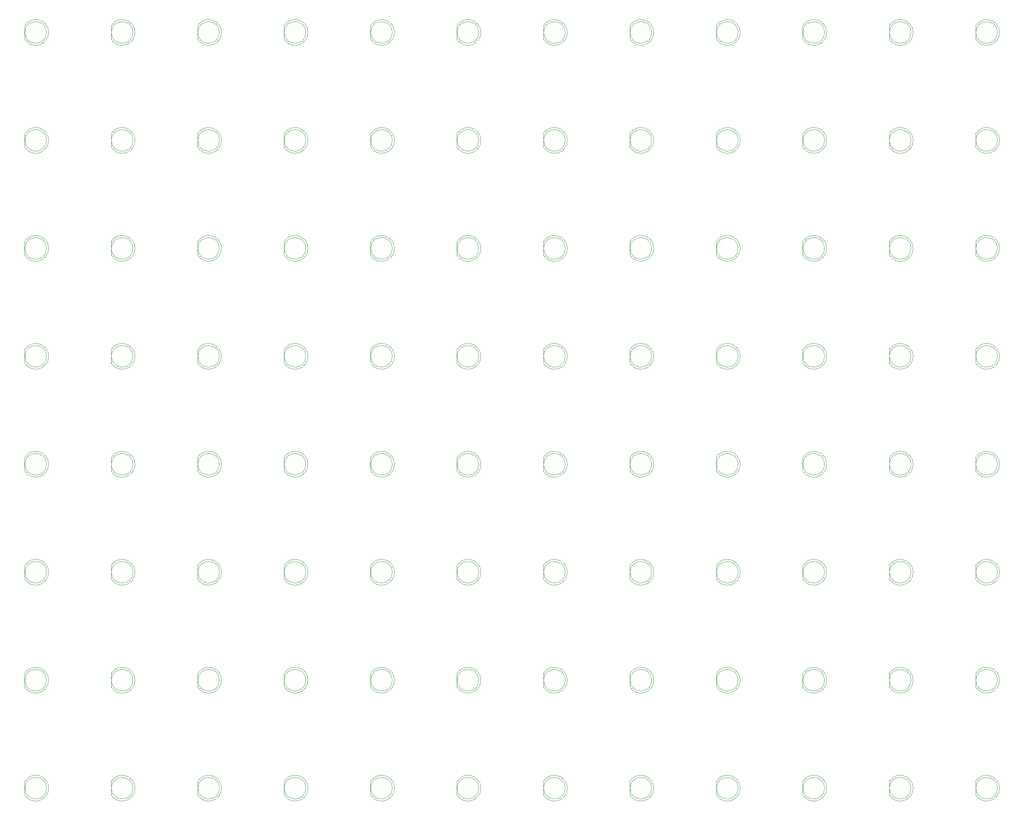
<source format=gto>
G04 #@! TF.FileFunction,Legend,Top*
%FSLAX46Y46*%
G04 Gerber Fmt 4.6, Leading zero omitted, Abs format (unit mm)*
G04 Created by KiCad (PCBNEW 4.0.7-e2-6376~58~ubuntu17.04.1) date Sun Oct 22 18:17:48 2017*
%MOMM*%
%LPD*%
G01*
G04 APERTURE LIST*
%ADD10C,0.100000*%
%ADD11C,0.120000*%
G04 APERTURE END LIST*
D10*
D11*
X27990000Y-27500462D02*
G75*
G03X22440000Y-25955170I-2990000J462D01*
G01*
X27990000Y-27499538D02*
G75*
G02X22440000Y-29044830I-2990000J-462D01*
G01*
X27500000Y-27500000D02*
G75*
G03X27500000Y-27500000I-2500000J0D01*
G01*
X22440000Y-25955000D02*
X22440000Y-29045000D01*
X47990000Y-27500462D02*
G75*
G03X42440000Y-25955170I-2990000J462D01*
G01*
X47990000Y-27499538D02*
G75*
G02X42440000Y-29044830I-2990000J-462D01*
G01*
X47500000Y-27500000D02*
G75*
G03X47500000Y-27500000I-2500000J0D01*
G01*
X42440000Y-25955000D02*
X42440000Y-29045000D01*
X67990000Y-27500462D02*
G75*
G03X62440000Y-25955170I-2990000J462D01*
G01*
X67990000Y-27499538D02*
G75*
G02X62440000Y-29044830I-2990000J-462D01*
G01*
X67500000Y-27500000D02*
G75*
G03X67500000Y-27500000I-2500000J0D01*
G01*
X62440000Y-25955000D02*
X62440000Y-29045000D01*
X87990000Y-27500462D02*
G75*
G03X82440000Y-25955170I-2990000J462D01*
G01*
X87990000Y-27499538D02*
G75*
G02X82440000Y-29044830I-2990000J-462D01*
G01*
X87500000Y-27500000D02*
G75*
G03X87500000Y-27500000I-2500000J0D01*
G01*
X82440000Y-25955000D02*
X82440000Y-29045000D01*
X107990000Y-27500462D02*
G75*
G03X102440000Y-25955170I-2990000J462D01*
G01*
X107990000Y-27499538D02*
G75*
G02X102440000Y-29044830I-2990000J-462D01*
G01*
X107500000Y-27500000D02*
G75*
G03X107500000Y-27500000I-2500000J0D01*
G01*
X102440000Y-25955000D02*
X102440000Y-29045000D01*
X127990000Y-27500462D02*
G75*
G03X122440000Y-25955170I-2990000J462D01*
G01*
X127990000Y-27499538D02*
G75*
G02X122440000Y-29044830I-2990000J-462D01*
G01*
X127500000Y-27500000D02*
G75*
G03X127500000Y-27500000I-2500000J0D01*
G01*
X122440000Y-25955000D02*
X122440000Y-29045000D01*
X147990000Y-27500462D02*
G75*
G03X142440000Y-25955170I-2990000J462D01*
G01*
X147990000Y-27499538D02*
G75*
G02X142440000Y-29044830I-2990000J-462D01*
G01*
X147500000Y-27500000D02*
G75*
G03X147500000Y-27500000I-2500000J0D01*
G01*
X142440000Y-25955000D02*
X142440000Y-29045000D01*
X167990000Y-27500462D02*
G75*
G03X162440000Y-25955170I-2990000J462D01*
G01*
X167990000Y-27499538D02*
G75*
G02X162440000Y-29044830I-2990000J-462D01*
G01*
X167500000Y-27500000D02*
G75*
G03X167500000Y-27500000I-2500000J0D01*
G01*
X162440000Y-25955000D02*
X162440000Y-29045000D01*
X27990000Y-52500462D02*
G75*
G03X22440000Y-50955170I-2990000J462D01*
G01*
X27990000Y-52499538D02*
G75*
G02X22440000Y-54044830I-2990000J-462D01*
G01*
X27500000Y-52500000D02*
G75*
G03X27500000Y-52500000I-2500000J0D01*
G01*
X22440000Y-50955000D02*
X22440000Y-54045000D01*
X47990000Y-52500462D02*
G75*
G03X42440000Y-50955170I-2990000J462D01*
G01*
X47990000Y-52499538D02*
G75*
G02X42440000Y-54044830I-2990000J-462D01*
G01*
X47500000Y-52500000D02*
G75*
G03X47500000Y-52500000I-2500000J0D01*
G01*
X42440000Y-50955000D02*
X42440000Y-54045000D01*
X67990000Y-52500462D02*
G75*
G03X62440000Y-50955170I-2990000J462D01*
G01*
X67990000Y-52499538D02*
G75*
G02X62440000Y-54044830I-2990000J-462D01*
G01*
X67500000Y-52500000D02*
G75*
G03X67500000Y-52500000I-2500000J0D01*
G01*
X62440000Y-50955000D02*
X62440000Y-54045000D01*
X87990000Y-52500462D02*
G75*
G03X82440000Y-50955170I-2990000J462D01*
G01*
X87990000Y-52499538D02*
G75*
G02X82440000Y-54044830I-2990000J-462D01*
G01*
X87500000Y-52500000D02*
G75*
G03X87500000Y-52500000I-2500000J0D01*
G01*
X82440000Y-50955000D02*
X82440000Y-54045000D01*
X107990000Y-52500462D02*
G75*
G03X102440000Y-50955170I-2990000J462D01*
G01*
X107990000Y-52499538D02*
G75*
G02X102440000Y-54044830I-2990000J-462D01*
G01*
X107500000Y-52500000D02*
G75*
G03X107500000Y-52500000I-2500000J0D01*
G01*
X102440000Y-50955000D02*
X102440000Y-54045000D01*
X127990000Y-52500462D02*
G75*
G03X122440000Y-50955170I-2990000J462D01*
G01*
X127990000Y-52499538D02*
G75*
G02X122440000Y-54044830I-2990000J-462D01*
G01*
X127500000Y-52500000D02*
G75*
G03X127500000Y-52500000I-2500000J0D01*
G01*
X122440000Y-50955000D02*
X122440000Y-54045000D01*
X147990000Y-52500462D02*
G75*
G03X142440000Y-50955170I-2990000J462D01*
G01*
X147990000Y-52499538D02*
G75*
G02X142440000Y-54044830I-2990000J-462D01*
G01*
X147500000Y-52500000D02*
G75*
G03X147500000Y-52500000I-2500000J0D01*
G01*
X142440000Y-50955000D02*
X142440000Y-54045000D01*
X167990000Y-52500462D02*
G75*
G03X162440000Y-50955170I-2990000J462D01*
G01*
X167990000Y-52499538D02*
G75*
G02X162440000Y-54044830I-2990000J-462D01*
G01*
X167500000Y-52500000D02*
G75*
G03X167500000Y-52500000I-2500000J0D01*
G01*
X162440000Y-50955000D02*
X162440000Y-54045000D01*
X27990000Y-77500462D02*
G75*
G03X22440000Y-75955170I-2990000J462D01*
G01*
X27990000Y-77499538D02*
G75*
G02X22440000Y-79044830I-2990000J-462D01*
G01*
X27500000Y-77500000D02*
G75*
G03X27500000Y-77500000I-2500000J0D01*
G01*
X22440000Y-75955000D02*
X22440000Y-79045000D01*
X47990000Y-77500462D02*
G75*
G03X42440000Y-75955170I-2990000J462D01*
G01*
X47990000Y-77499538D02*
G75*
G02X42440000Y-79044830I-2990000J-462D01*
G01*
X47500000Y-77500000D02*
G75*
G03X47500000Y-77500000I-2500000J0D01*
G01*
X42440000Y-75955000D02*
X42440000Y-79045000D01*
X67990000Y-77500462D02*
G75*
G03X62440000Y-75955170I-2990000J462D01*
G01*
X67990000Y-77499538D02*
G75*
G02X62440000Y-79044830I-2990000J-462D01*
G01*
X67500000Y-77500000D02*
G75*
G03X67500000Y-77500000I-2500000J0D01*
G01*
X62440000Y-75955000D02*
X62440000Y-79045000D01*
X87990000Y-77500462D02*
G75*
G03X82440000Y-75955170I-2990000J462D01*
G01*
X87990000Y-77499538D02*
G75*
G02X82440000Y-79044830I-2990000J-462D01*
G01*
X87500000Y-77500000D02*
G75*
G03X87500000Y-77500000I-2500000J0D01*
G01*
X82440000Y-75955000D02*
X82440000Y-79045000D01*
X107990000Y-77500462D02*
G75*
G03X102440000Y-75955170I-2990000J462D01*
G01*
X107990000Y-77499538D02*
G75*
G02X102440000Y-79044830I-2990000J-462D01*
G01*
X107500000Y-77500000D02*
G75*
G03X107500000Y-77500000I-2500000J0D01*
G01*
X102440000Y-75955000D02*
X102440000Y-79045000D01*
X127990000Y-77500462D02*
G75*
G03X122440000Y-75955170I-2990000J462D01*
G01*
X127990000Y-77499538D02*
G75*
G02X122440000Y-79044830I-2990000J-462D01*
G01*
X127500000Y-77500000D02*
G75*
G03X127500000Y-77500000I-2500000J0D01*
G01*
X122440000Y-75955000D02*
X122440000Y-79045000D01*
X147990000Y-77500462D02*
G75*
G03X142440000Y-75955170I-2990000J462D01*
G01*
X147990000Y-77499538D02*
G75*
G02X142440000Y-79044830I-2990000J-462D01*
G01*
X147500000Y-77500000D02*
G75*
G03X147500000Y-77500000I-2500000J0D01*
G01*
X142440000Y-75955000D02*
X142440000Y-79045000D01*
X167990000Y-77500462D02*
G75*
G03X162440000Y-75955170I-2990000J462D01*
G01*
X167990000Y-77499538D02*
G75*
G02X162440000Y-79044830I-2990000J-462D01*
G01*
X167500000Y-77500000D02*
G75*
G03X167500000Y-77500000I-2500000J0D01*
G01*
X162440000Y-75955000D02*
X162440000Y-79045000D01*
X27990000Y-102500462D02*
G75*
G03X22440000Y-100955170I-2990000J462D01*
G01*
X27990000Y-102499538D02*
G75*
G02X22440000Y-104044830I-2990000J-462D01*
G01*
X27500000Y-102500000D02*
G75*
G03X27500000Y-102500000I-2500000J0D01*
G01*
X22440000Y-100955000D02*
X22440000Y-104045000D01*
X47990000Y-102500462D02*
G75*
G03X42440000Y-100955170I-2990000J462D01*
G01*
X47990000Y-102499538D02*
G75*
G02X42440000Y-104044830I-2990000J-462D01*
G01*
X47500000Y-102500000D02*
G75*
G03X47500000Y-102500000I-2500000J0D01*
G01*
X42440000Y-100955000D02*
X42440000Y-104045000D01*
X67990000Y-102500462D02*
G75*
G03X62440000Y-100955170I-2990000J462D01*
G01*
X67990000Y-102499538D02*
G75*
G02X62440000Y-104044830I-2990000J-462D01*
G01*
X67500000Y-102500000D02*
G75*
G03X67500000Y-102500000I-2500000J0D01*
G01*
X62440000Y-100955000D02*
X62440000Y-104045000D01*
X87990000Y-102500462D02*
G75*
G03X82440000Y-100955170I-2990000J462D01*
G01*
X87990000Y-102499538D02*
G75*
G02X82440000Y-104044830I-2990000J-462D01*
G01*
X87500000Y-102500000D02*
G75*
G03X87500000Y-102500000I-2500000J0D01*
G01*
X82440000Y-100955000D02*
X82440000Y-104045000D01*
X107990000Y-102500462D02*
G75*
G03X102440000Y-100955170I-2990000J462D01*
G01*
X107990000Y-102499538D02*
G75*
G02X102440000Y-104044830I-2990000J-462D01*
G01*
X107500000Y-102500000D02*
G75*
G03X107500000Y-102500000I-2500000J0D01*
G01*
X102440000Y-100955000D02*
X102440000Y-104045000D01*
X127990000Y-102500462D02*
G75*
G03X122440000Y-100955170I-2990000J462D01*
G01*
X127990000Y-102499538D02*
G75*
G02X122440000Y-104044830I-2990000J-462D01*
G01*
X127500000Y-102500000D02*
G75*
G03X127500000Y-102500000I-2500000J0D01*
G01*
X122440000Y-100955000D02*
X122440000Y-104045000D01*
X147990000Y-102500462D02*
G75*
G03X142440000Y-100955170I-2990000J462D01*
G01*
X147990000Y-102499538D02*
G75*
G02X142440000Y-104044830I-2990000J-462D01*
G01*
X147500000Y-102500000D02*
G75*
G03X147500000Y-102500000I-2500000J0D01*
G01*
X142440000Y-100955000D02*
X142440000Y-104045000D01*
X167990000Y-102500462D02*
G75*
G03X162440000Y-100955170I-2990000J462D01*
G01*
X167990000Y-102499538D02*
G75*
G02X162440000Y-104044830I-2990000J-462D01*
G01*
X167500000Y-102500000D02*
G75*
G03X167500000Y-102500000I-2500000J0D01*
G01*
X162440000Y-100955000D02*
X162440000Y-104045000D01*
X27990000Y-127500462D02*
G75*
G03X22440000Y-125955170I-2990000J462D01*
G01*
X27990000Y-127499538D02*
G75*
G02X22440000Y-129044830I-2990000J-462D01*
G01*
X27500000Y-127500000D02*
G75*
G03X27500000Y-127500000I-2500000J0D01*
G01*
X22440000Y-125955000D02*
X22440000Y-129045000D01*
X47990000Y-127500462D02*
G75*
G03X42440000Y-125955170I-2990000J462D01*
G01*
X47990000Y-127499538D02*
G75*
G02X42440000Y-129044830I-2990000J-462D01*
G01*
X47500000Y-127500000D02*
G75*
G03X47500000Y-127500000I-2500000J0D01*
G01*
X42440000Y-125955000D02*
X42440000Y-129045000D01*
X67990000Y-127500462D02*
G75*
G03X62440000Y-125955170I-2990000J462D01*
G01*
X67990000Y-127499538D02*
G75*
G02X62440000Y-129044830I-2990000J-462D01*
G01*
X67500000Y-127500000D02*
G75*
G03X67500000Y-127500000I-2500000J0D01*
G01*
X62440000Y-125955000D02*
X62440000Y-129045000D01*
X87990000Y-127500462D02*
G75*
G03X82440000Y-125955170I-2990000J462D01*
G01*
X87990000Y-127499538D02*
G75*
G02X82440000Y-129044830I-2990000J-462D01*
G01*
X87500000Y-127500000D02*
G75*
G03X87500000Y-127500000I-2500000J0D01*
G01*
X82440000Y-125955000D02*
X82440000Y-129045000D01*
X107990000Y-127500462D02*
G75*
G03X102440000Y-125955170I-2990000J462D01*
G01*
X107990000Y-127499538D02*
G75*
G02X102440000Y-129044830I-2990000J-462D01*
G01*
X107500000Y-127500000D02*
G75*
G03X107500000Y-127500000I-2500000J0D01*
G01*
X102440000Y-125955000D02*
X102440000Y-129045000D01*
X127990000Y-127500462D02*
G75*
G03X122440000Y-125955170I-2990000J462D01*
G01*
X127990000Y-127499538D02*
G75*
G02X122440000Y-129044830I-2990000J-462D01*
G01*
X127500000Y-127500000D02*
G75*
G03X127500000Y-127500000I-2500000J0D01*
G01*
X122440000Y-125955000D02*
X122440000Y-129045000D01*
X147990000Y-127500462D02*
G75*
G03X142440000Y-125955170I-2990000J462D01*
G01*
X147990000Y-127499538D02*
G75*
G02X142440000Y-129044830I-2990000J-462D01*
G01*
X147500000Y-127500000D02*
G75*
G03X147500000Y-127500000I-2500000J0D01*
G01*
X142440000Y-125955000D02*
X142440000Y-129045000D01*
X167990000Y-127500462D02*
G75*
G03X162440000Y-125955170I-2990000J462D01*
G01*
X167990000Y-127499538D02*
G75*
G02X162440000Y-129044830I-2990000J-462D01*
G01*
X167500000Y-127500000D02*
G75*
G03X167500000Y-127500000I-2500000J0D01*
G01*
X162440000Y-125955000D02*
X162440000Y-129045000D01*
X27990000Y-152500462D02*
G75*
G03X22440000Y-150955170I-2990000J462D01*
G01*
X27990000Y-152499538D02*
G75*
G02X22440000Y-154044830I-2990000J-462D01*
G01*
X27500000Y-152500000D02*
G75*
G03X27500000Y-152500000I-2500000J0D01*
G01*
X22440000Y-150955000D02*
X22440000Y-154045000D01*
X47990000Y-152500462D02*
G75*
G03X42440000Y-150955170I-2990000J462D01*
G01*
X47990000Y-152499538D02*
G75*
G02X42440000Y-154044830I-2990000J-462D01*
G01*
X47500000Y-152500000D02*
G75*
G03X47500000Y-152500000I-2500000J0D01*
G01*
X42440000Y-150955000D02*
X42440000Y-154045000D01*
X67990000Y-152500462D02*
G75*
G03X62440000Y-150955170I-2990000J462D01*
G01*
X67990000Y-152499538D02*
G75*
G02X62440000Y-154044830I-2990000J-462D01*
G01*
X67500000Y-152500000D02*
G75*
G03X67500000Y-152500000I-2500000J0D01*
G01*
X62440000Y-150955000D02*
X62440000Y-154045000D01*
X87990000Y-152500462D02*
G75*
G03X82440000Y-150955170I-2990000J462D01*
G01*
X87990000Y-152499538D02*
G75*
G02X82440000Y-154044830I-2990000J-462D01*
G01*
X87500000Y-152500000D02*
G75*
G03X87500000Y-152500000I-2500000J0D01*
G01*
X82440000Y-150955000D02*
X82440000Y-154045000D01*
X107990000Y-152500462D02*
G75*
G03X102440000Y-150955170I-2990000J462D01*
G01*
X107990000Y-152499538D02*
G75*
G02X102440000Y-154044830I-2990000J-462D01*
G01*
X107500000Y-152500000D02*
G75*
G03X107500000Y-152500000I-2500000J0D01*
G01*
X102440000Y-150955000D02*
X102440000Y-154045000D01*
X127990000Y-152500462D02*
G75*
G03X122440000Y-150955170I-2990000J462D01*
G01*
X127990000Y-152499538D02*
G75*
G02X122440000Y-154044830I-2990000J-462D01*
G01*
X127500000Y-152500000D02*
G75*
G03X127500000Y-152500000I-2500000J0D01*
G01*
X122440000Y-150955000D02*
X122440000Y-154045000D01*
X147990000Y-152500462D02*
G75*
G03X142440000Y-150955170I-2990000J462D01*
G01*
X147990000Y-152499538D02*
G75*
G02X142440000Y-154044830I-2990000J-462D01*
G01*
X147500000Y-152500000D02*
G75*
G03X147500000Y-152500000I-2500000J0D01*
G01*
X142440000Y-150955000D02*
X142440000Y-154045000D01*
X167990000Y-152500462D02*
G75*
G03X162440000Y-150955170I-2990000J462D01*
G01*
X167990000Y-152499538D02*
G75*
G02X162440000Y-154044830I-2990000J-462D01*
G01*
X167500000Y-152500000D02*
G75*
G03X167500000Y-152500000I-2500000J0D01*
G01*
X162440000Y-150955000D02*
X162440000Y-154045000D01*
X27990000Y-177500462D02*
G75*
G03X22440000Y-175955170I-2990000J462D01*
G01*
X27990000Y-177499538D02*
G75*
G02X22440000Y-179044830I-2990000J-462D01*
G01*
X27500000Y-177500000D02*
G75*
G03X27500000Y-177500000I-2500000J0D01*
G01*
X22440000Y-175955000D02*
X22440000Y-179045000D01*
X47990000Y-177500462D02*
G75*
G03X42440000Y-175955170I-2990000J462D01*
G01*
X47990000Y-177499538D02*
G75*
G02X42440000Y-179044830I-2990000J-462D01*
G01*
X47500000Y-177500000D02*
G75*
G03X47500000Y-177500000I-2500000J0D01*
G01*
X42440000Y-175955000D02*
X42440000Y-179045000D01*
X67990000Y-177500462D02*
G75*
G03X62440000Y-175955170I-2990000J462D01*
G01*
X67990000Y-177499538D02*
G75*
G02X62440000Y-179044830I-2990000J-462D01*
G01*
X67500000Y-177500000D02*
G75*
G03X67500000Y-177500000I-2500000J0D01*
G01*
X62440000Y-175955000D02*
X62440000Y-179045000D01*
X87990000Y-177500462D02*
G75*
G03X82440000Y-175955170I-2990000J462D01*
G01*
X87990000Y-177499538D02*
G75*
G02X82440000Y-179044830I-2990000J-462D01*
G01*
X87500000Y-177500000D02*
G75*
G03X87500000Y-177500000I-2500000J0D01*
G01*
X82440000Y-175955000D02*
X82440000Y-179045000D01*
X107990000Y-177500462D02*
G75*
G03X102440000Y-175955170I-2990000J462D01*
G01*
X107990000Y-177499538D02*
G75*
G02X102440000Y-179044830I-2990000J-462D01*
G01*
X107500000Y-177500000D02*
G75*
G03X107500000Y-177500000I-2500000J0D01*
G01*
X102440000Y-175955000D02*
X102440000Y-179045000D01*
X127990000Y-177500462D02*
G75*
G03X122440000Y-175955170I-2990000J462D01*
G01*
X127990000Y-177499538D02*
G75*
G02X122440000Y-179044830I-2990000J-462D01*
G01*
X127500000Y-177500000D02*
G75*
G03X127500000Y-177500000I-2500000J0D01*
G01*
X122440000Y-175955000D02*
X122440000Y-179045000D01*
X147990000Y-177500462D02*
G75*
G03X142440000Y-175955170I-2990000J462D01*
G01*
X147990000Y-177499538D02*
G75*
G02X142440000Y-179044830I-2990000J-462D01*
G01*
X147500000Y-177500000D02*
G75*
G03X147500000Y-177500000I-2500000J0D01*
G01*
X142440000Y-175955000D02*
X142440000Y-179045000D01*
X167990000Y-177500462D02*
G75*
G03X162440000Y-175955170I-2990000J462D01*
G01*
X167990000Y-177499538D02*
G75*
G02X162440000Y-179044830I-2990000J-462D01*
G01*
X167500000Y-177500000D02*
G75*
G03X167500000Y-177500000I-2500000J0D01*
G01*
X162440000Y-175955000D02*
X162440000Y-179045000D01*
X27990000Y-202500462D02*
G75*
G03X22440000Y-200955170I-2990000J462D01*
G01*
X27990000Y-202499538D02*
G75*
G02X22440000Y-204044830I-2990000J-462D01*
G01*
X27500000Y-202500000D02*
G75*
G03X27500000Y-202500000I-2500000J0D01*
G01*
X22440000Y-200955000D02*
X22440000Y-204045000D01*
X47990000Y-202500462D02*
G75*
G03X42440000Y-200955170I-2990000J462D01*
G01*
X47990000Y-202499538D02*
G75*
G02X42440000Y-204044830I-2990000J-462D01*
G01*
X47500000Y-202500000D02*
G75*
G03X47500000Y-202500000I-2500000J0D01*
G01*
X42440000Y-200955000D02*
X42440000Y-204045000D01*
X67990000Y-202500462D02*
G75*
G03X62440000Y-200955170I-2990000J462D01*
G01*
X67990000Y-202499538D02*
G75*
G02X62440000Y-204044830I-2990000J-462D01*
G01*
X67500000Y-202500000D02*
G75*
G03X67500000Y-202500000I-2500000J0D01*
G01*
X62440000Y-200955000D02*
X62440000Y-204045000D01*
X87990000Y-202500462D02*
G75*
G03X82440000Y-200955170I-2990000J462D01*
G01*
X87990000Y-202499538D02*
G75*
G02X82440000Y-204044830I-2990000J-462D01*
G01*
X87500000Y-202500000D02*
G75*
G03X87500000Y-202500000I-2500000J0D01*
G01*
X82440000Y-200955000D02*
X82440000Y-204045000D01*
X107990000Y-202500462D02*
G75*
G03X102440000Y-200955170I-2990000J462D01*
G01*
X107990000Y-202499538D02*
G75*
G02X102440000Y-204044830I-2990000J-462D01*
G01*
X107500000Y-202500000D02*
G75*
G03X107500000Y-202500000I-2500000J0D01*
G01*
X102440000Y-200955000D02*
X102440000Y-204045000D01*
X127990000Y-202500462D02*
G75*
G03X122440000Y-200955170I-2990000J462D01*
G01*
X127990000Y-202499538D02*
G75*
G02X122440000Y-204044830I-2990000J-462D01*
G01*
X127500000Y-202500000D02*
G75*
G03X127500000Y-202500000I-2500000J0D01*
G01*
X122440000Y-200955000D02*
X122440000Y-204045000D01*
X147990000Y-202500462D02*
G75*
G03X142440000Y-200955170I-2990000J462D01*
G01*
X147990000Y-202499538D02*
G75*
G02X142440000Y-204044830I-2990000J-462D01*
G01*
X147500000Y-202500000D02*
G75*
G03X147500000Y-202500000I-2500000J0D01*
G01*
X142440000Y-200955000D02*
X142440000Y-204045000D01*
X167990000Y-202500462D02*
G75*
G03X162440000Y-200955170I-2990000J462D01*
G01*
X167990000Y-202499538D02*
G75*
G02X162440000Y-204044830I-2990000J-462D01*
G01*
X167500000Y-202500000D02*
G75*
G03X167500000Y-202500000I-2500000J0D01*
G01*
X162440000Y-200955000D02*
X162440000Y-204045000D01*
X187990000Y-27500462D02*
G75*
G03X182440000Y-25955170I-2990000J462D01*
G01*
X187990000Y-27499538D02*
G75*
G02X182440000Y-29044830I-2990000J-462D01*
G01*
X187500000Y-27500000D02*
G75*
G03X187500000Y-27500000I-2500000J0D01*
G01*
X182440000Y-25955000D02*
X182440000Y-29045000D01*
X207990000Y-27500462D02*
G75*
G03X202440000Y-25955170I-2990000J462D01*
G01*
X207990000Y-27499538D02*
G75*
G02X202440000Y-29044830I-2990000J-462D01*
G01*
X207500000Y-27500000D02*
G75*
G03X207500000Y-27500000I-2500000J0D01*
G01*
X202440000Y-25955000D02*
X202440000Y-29045000D01*
X227990000Y-27500462D02*
G75*
G03X222440000Y-25955170I-2990000J462D01*
G01*
X227990000Y-27499538D02*
G75*
G02X222440000Y-29044830I-2990000J-462D01*
G01*
X227500000Y-27500000D02*
G75*
G03X227500000Y-27500000I-2500000J0D01*
G01*
X222440000Y-25955000D02*
X222440000Y-29045000D01*
X247990000Y-27500462D02*
G75*
G03X242440000Y-25955170I-2990000J462D01*
G01*
X247990000Y-27499538D02*
G75*
G02X242440000Y-29044830I-2990000J-462D01*
G01*
X247500000Y-27500000D02*
G75*
G03X247500000Y-27500000I-2500000J0D01*
G01*
X242440000Y-25955000D02*
X242440000Y-29045000D01*
X187990000Y-52500462D02*
G75*
G03X182440000Y-50955170I-2990000J462D01*
G01*
X187990000Y-52499538D02*
G75*
G02X182440000Y-54044830I-2990000J-462D01*
G01*
X187500000Y-52500000D02*
G75*
G03X187500000Y-52500000I-2500000J0D01*
G01*
X182440000Y-50955000D02*
X182440000Y-54045000D01*
X207990000Y-52500462D02*
G75*
G03X202440000Y-50955170I-2990000J462D01*
G01*
X207990000Y-52499538D02*
G75*
G02X202440000Y-54044830I-2990000J-462D01*
G01*
X207500000Y-52500000D02*
G75*
G03X207500000Y-52500000I-2500000J0D01*
G01*
X202440000Y-50955000D02*
X202440000Y-54045000D01*
X227990000Y-52500462D02*
G75*
G03X222440000Y-50955170I-2990000J462D01*
G01*
X227990000Y-52499538D02*
G75*
G02X222440000Y-54044830I-2990000J-462D01*
G01*
X227500000Y-52500000D02*
G75*
G03X227500000Y-52500000I-2500000J0D01*
G01*
X222440000Y-50955000D02*
X222440000Y-54045000D01*
X247990000Y-52500462D02*
G75*
G03X242440000Y-50955170I-2990000J462D01*
G01*
X247990000Y-52499538D02*
G75*
G02X242440000Y-54044830I-2990000J-462D01*
G01*
X247500000Y-52500000D02*
G75*
G03X247500000Y-52500000I-2500000J0D01*
G01*
X242440000Y-50955000D02*
X242440000Y-54045000D01*
X187990000Y-77500462D02*
G75*
G03X182440000Y-75955170I-2990000J462D01*
G01*
X187990000Y-77499538D02*
G75*
G02X182440000Y-79044830I-2990000J-462D01*
G01*
X187500000Y-77500000D02*
G75*
G03X187500000Y-77500000I-2500000J0D01*
G01*
X182440000Y-75955000D02*
X182440000Y-79045000D01*
X207990000Y-77500462D02*
G75*
G03X202440000Y-75955170I-2990000J462D01*
G01*
X207990000Y-77499538D02*
G75*
G02X202440000Y-79044830I-2990000J-462D01*
G01*
X207500000Y-77500000D02*
G75*
G03X207500000Y-77500000I-2500000J0D01*
G01*
X202440000Y-75955000D02*
X202440000Y-79045000D01*
X227990000Y-77500462D02*
G75*
G03X222440000Y-75955170I-2990000J462D01*
G01*
X227990000Y-77499538D02*
G75*
G02X222440000Y-79044830I-2990000J-462D01*
G01*
X227500000Y-77500000D02*
G75*
G03X227500000Y-77500000I-2500000J0D01*
G01*
X222440000Y-75955000D02*
X222440000Y-79045000D01*
X247990000Y-77500462D02*
G75*
G03X242440000Y-75955170I-2990000J462D01*
G01*
X247990000Y-77499538D02*
G75*
G02X242440000Y-79044830I-2990000J-462D01*
G01*
X247500000Y-77500000D02*
G75*
G03X247500000Y-77500000I-2500000J0D01*
G01*
X242440000Y-75955000D02*
X242440000Y-79045000D01*
X187990000Y-102500462D02*
G75*
G03X182440000Y-100955170I-2990000J462D01*
G01*
X187990000Y-102499538D02*
G75*
G02X182440000Y-104044830I-2990000J-462D01*
G01*
X187500000Y-102500000D02*
G75*
G03X187500000Y-102500000I-2500000J0D01*
G01*
X182440000Y-100955000D02*
X182440000Y-104045000D01*
X207990000Y-102500462D02*
G75*
G03X202440000Y-100955170I-2990000J462D01*
G01*
X207990000Y-102499538D02*
G75*
G02X202440000Y-104044830I-2990000J-462D01*
G01*
X207500000Y-102500000D02*
G75*
G03X207500000Y-102500000I-2500000J0D01*
G01*
X202440000Y-100955000D02*
X202440000Y-104045000D01*
X227990000Y-102500462D02*
G75*
G03X222440000Y-100955170I-2990000J462D01*
G01*
X227990000Y-102499538D02*
G75*
G02X222440000Y-104044830I-2990000J-462D01*
G01*
X227500000Y-102500000D02*
G75*
G03X227500000Y-102500000I-2500000J0D01*
G01*
X222440000Y-100955000D02*
X222440000Y-104045000D01*
X247990000Y-102500462D02*
G75*
G03X242440000Y-100955170I-2990000J462D01*
G01*
X247990000Y-102499538D02*
G75*
G02X242440000Y-104044830I-2990000J-462D01*
G01*
X247500000Y-102500000D02*
G75*
G03X247500000Y-102500000I-2500000J0D01*
G01*
X242440000Y-100955000D02*
X242440000Y-104045000D01*
X187990000Y-127500462D02*
G75*
G03X182440000Y-125955170I-2990000J462D01*
G01*
X187990000Y-127499538D02*
G75*
G02X182440000Y-129044830I-2990000J-462D01*
G01*
X187500000Y-127500000D02*
G75*
G03X187500000Y-127500000I-2500000J0D01*
G01*
X182440000Y-125955000D02*
X182440000Y-129045000D01*
X207990000Y-127500462D02*
G75*
G03X202440000Y-125955170I-2990000J462D01*
G01*
X207990000Y-127499538D02*
G75*
G02X202440000Y-129044830I-2990000J-462D01*
G01*
X207500000Y-127500000D02*
G75*
G03X207500000Y-127500000I-2500000J0D01*
G01*
X202440000Y-125955000D02*
X202440000Y-129045000D01*
X227990000Y-127500462D02*
G75*
G03X222440000Y-125955170I-2990000J462D01*
G01*
X227990000Y-127499538D02*
G75*
G02X222440000Y-129044830I-2990000J-462D01*
G01*
X227500000Y-127500000D02*
G75*
G03X227500000Y-127500000I-2500000J0D01*
G01*
X222440000Y-125955000D02*
X222440000Y-129045000D01*
X247990000Y-127500462D02*
G75*
G03X242440000Y-125955170I-2990000J462D01*
G01*
X247990000Y-127499538D02*
G75*
G02X242440000Y-129044830I-2990000J-462D01*
G01*
X247500000Y-127500000D02*
G75*
G03X247500000Y-127500000I-2500000J0D01*
G01*
X242440000Y-125955000D02*
X242440000Y-129045000D01*
X187990000Y-152500462D02*
G75*
G03X182440000Y-150955170I-2990000J462D01*
G01*
X187990000Y-152499538D02*
G75*
G02X182440000Y-154044830I-2990000J-462D01*
G01*
X187500000Y-152500000D02*
G75*
G03X187500000Y-152500000I-2500000J0D01*
G01*
X182440000Y-150955000D02*
X182440000Y-154045000D01*
X207990000Y-152500462D02*
G75*
G03X202440000Y-150955170I-2990000J462D01*
G01*
X207990000Y-152499538D02*
G75*
G02X202440000Y-154044830I-2990000J-462D01*
G01*
X207500000Y-152500000D02*
G75*
G03X207500000Y-152500000I-2500000J0D01*
G01*
X202440000Y-150955000D02*
X202440000Y-154045000D01*
X227990000Y-152500462D02*
G75*
G03X222440000Y-150955170I-2990000J462D01*
G01*
X227990000Y-152499538D02*
G75*
G02X222440000Y-154044830I-2990000J-462D01*
G01*
X227500000Y-152500000D02*
G75*
G03X227500000Y-152500000I-2500000J0D01*
G01*
X222440000Y-150955000D02*
X222440000Y-154045000D01*
X247990000Y-152500462D02*
G75*
G03X242440000Y-150955170I-2990000J462D01*
G01*
X247990000Y-152499538D02*
G75*
G02X242440000Y-154044830I-2990000J-462D01*
G01*
X247500000Y-152500000D02*
G75*
G03X247500000Y-152500000I-2500000J0D01*
G01*
X242440000Y-150955000D02*
X242440000Y-154045000D01*
X187990000Y-177500462D02*
G75*
G03X182440000Y-175955170I-2990000J462D01*
G01*
X187990000Y-177499538D02*
G75*
G02X182440000Y-179044830I-2990000J-462D01*
G01*
X187500000Y-177500000D02*
G75*
G03X187500000Y-177500000I-2500000J0D01*
G01*
X182440000Y-175955000D02*
X182440000Y-179045000D01*
X207990000Y-177500462D02*
G75*
G03X202440000Y-175955170I-2990000J462D01*
G01*
X207990000Y-177499538D02*
G75*
G02X202440000Y-179044830I-2990000J-462D01*
G01*
X207500000Y-177500000D02*
G75*
G03X207500000Y-177500000I-2500000J0D01*
G01*
X202440000Y-175955000D02*
X202440000Y-179045000D01*
X227990000Y-177500462D02*
G75*
G03X222440000Y-175955170I-2990000J462D01*
G01*
X227990000Y-177499538D02*
G75*
G02X222440000Y-179044830I-2990000J-462D01*
G01*
X227500000Y-177500000D02*
G75*
G03X227500000Y-177500000I-2500000J0D01*
G01*
X222440000Y-175955000D02*
X222440000Y-179045000D01*
X247990000Y-177500462D02*
G75*
G03X242440000Y-175955170I-2990000J462D01*
G01*
X247990000Y-177499538D02*
G75*
G02X242440000Y-179044830I-2990000J-462D01*
G01*
X247500000Y-177500000D02*
G75*
G03X247500000Y-177500000I-2500000J0D01*
G01*
X242440000Y-175955000D02*
X242440000Y-179045000D01*
X187990000Y-202500462D02*
G75*
G03X182440000Y-200955170I-2990000J462D01*
G01*
X187990000Y-202499538D02*
G75*
G02X182440000Y-204044830I-2990000J-462D01*
G01*
X187500000Y-202500000D02*
G75*
G03X187500000Y-202500000I-2500000J0D01*
G01*
X182440000Y-200955000D02*
X182440000Y-204045000D01*
X207990000Y-202500462D02*
G75*
G03X202440000Y-200955170I-2990000J462D01*
G01*
X207990000Y-202499538D02*
G75*
G02X202440000Y-204044830I-2990000J-462D01*
G01*
X207500000Y-202500000D02*
G75*
G03X207500000Y-202500000I-2500000J0D01*
G01*
X202440000Y-200955000D02*
X202440000Y-204045000D01*
X227990000Y-202500462D02*
G75*
G03X222440000Y-200955170I-2990000J462D01*
G01*
X227990000Y-202499538D02*
G75*
G02X222440000Y-204044830I-2990000J-462D01*
G01*
X227500000Y-202500000D02*
G75*
G03X227500000Y-202500000I-2500000J0D01*
G01*
X222440000Y-200955000D02*
X222440000Y-204045000D01*
X247990000Y-202500462D02*
G75*
G03X242440000Y-200955170I-2990000J462D01*
G01*
X247990000Y-202499538D02*
G75*
G02X242440000Y-204044830I-2990000J-462D01*
G01*
X247500000Y-202500000D02*
G75*
G03X247500000Y-202500000I-2500000J0D01*
G01*
X242440000Y-200955000D02*
X242440000Y-204045000D01*
M02*

</source>
